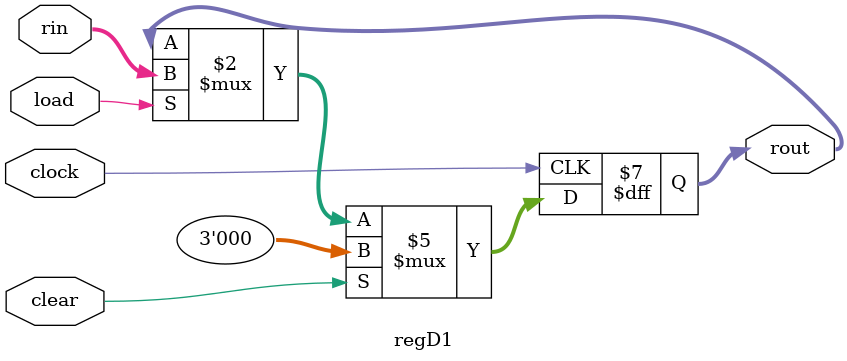
<source format=v>
`timescale 1ns / 1ps


module regD1(rout, rin, clear, load, clock);
    parameter Width = 3;
    output[Width - 1:0] rout;
    reg[Width - 1:0] rout;
    input[Width - 1:0] rin;
    input clear, load, clock;
    
    always@ (posedge clock)
        if (clear)
            rout <= 0;
        else if (load)
            rout <= rin;
            
endmodule

</source>
